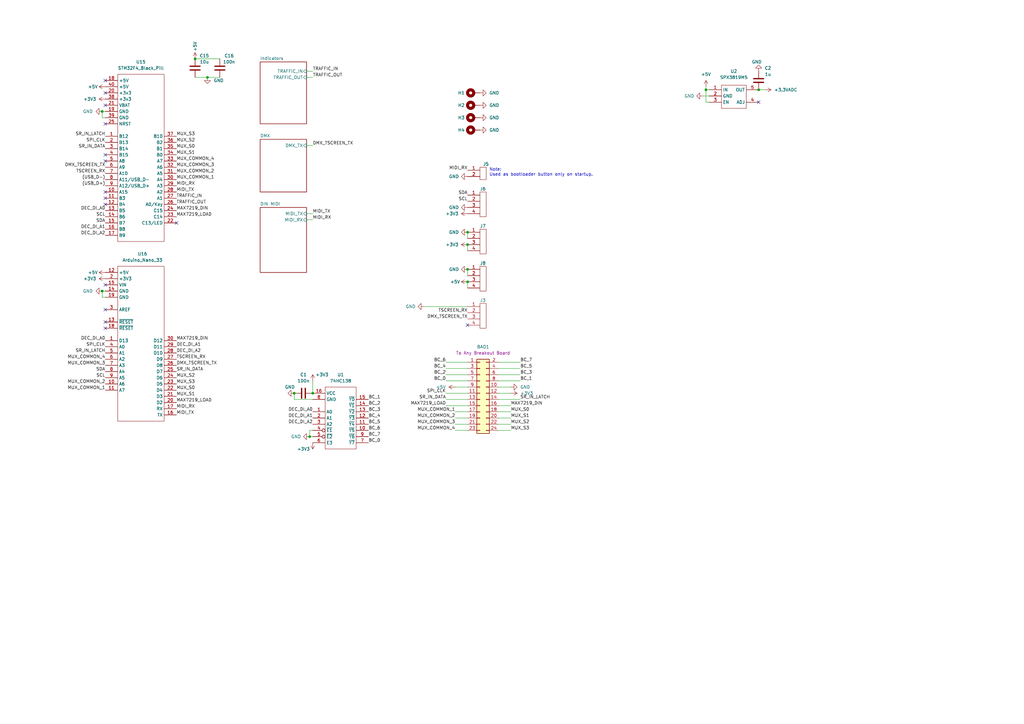
<source format=kicad_sch>
(kicad_sch (version 20211123) (generator eeschema)
  (paper "A3")
  (title_block (title "ModularDeck v1") (comment 1 "Board: BaseBoard") (comment 2 "Authors: Shantea Controls & Tim Nelson"))
  (lib_symbols
    (symbol "Connector_Generic:Conn_01x02" (pin_names (offset 1.016) hide)
      (property "Reference" "J?" (at 2.54 0.0001 0))
      (property "Value" "Conn_01x02" (at 2.54 -2.5399 0))
      (symbol "Conn_01x02_1_1"
        (rectangle (start -1.27 1.27) (end 1.27 -3.81))
        (pin passive line (at -6.35 0 0) (length 5.08) (name "Pin_1") (number "1"))
        (pin passive line (at -6.35 -2.54 0) (length 5.08) (name "Pin_2") (number "2"))
      )
    )
    (symbol "Connector_Generic:Conn_01x04" (pin_names (offset 1.016) hide)
      (property "Reference" "J3" (at 0 11.43 0))
      (symbol "Conn_01x04_1_1"
        (rectangle (start 0 10.16) (end 2.54 0))
        (pin passive line (at -5.08 8.89 0) (length 5.08) (name "Pin_1") (number "1"))
        (pin passive line (at -5.08 6.35 0) (length 5.08) (name "Pin_2") (number "2"))
        (pin passive line (at -5.08 3.81 0) (length 5.08) (name "Pin_3") (number "3"))
        (pin passive line (at -5.08 1.27 0) (length 5.08) (name "Pin_4") (number "4"))
      )
    )
    (symbol "Connector_Generic:Conn_02x12_Odd_Even" (pin_names (offset 1.016) hide)
      (property "Reference" "J" (at 1.27 15.24 0))
      (property "Value" "Conn_02x12_Odd_Even" (at 1.27 -17.78 0))
      (symbol "Conn_02x12_Odd_Even_1_1"
        (rectangle (start -1.27 -15.113) (end 0 -15.367) (stroke (width 0.1524)))
        (rectangle (start -1.27 -12.573) (end 0 -12.827) (stroke (width 0.1524)))
        (rectangle (start -1.27 -10.033) (end 0 -10.287) (stroke (width 0.1524)))
        (rectangle (start -1.27 -7.493) (end 0 -7.747) (stroke (width 0.1524)))
        (rectangle (start -1.27 -4.953) (end 0 -5.207) (stroke (width 0.1524)))
        (rectangle (start -1.27 -2.413) (end 0 -2.667) (stroke (width 0.1524)))
        (rectangle (start -1.27 0.127) (end 0 -0.127) (stroke (width 0.1524)))
        (rectangle (start -1.27 2.667) (end 0 2.413) (stroke (width 0.1524)))
        (rectangle (start -1.27 5.207) (end 0 4.953) (stroke (width 0.1524)))
        (rectangle (start -1.27 7.747) (end 0 7.493) (stroke (width 0.1524)))
        (rectangle (start -1.27 10.287) (end 0 10.033) (stroke (width 0.1524)))
        (rectangle (start -1.27 12.827) (end 0 12.573) (stroke (width 0.1524)))
        (rectangle (start -1.27 13.97) (end 3.81 -16.51) (stroke (width 0.254)) (fill (type background)))
        (rectangle (start 3.81 -15.113) (end 2.54 -15.367) (stroke (width 0.1524)))
        (rectangle (start 3.81 -12.573) (end 2.54 -12.827) (stroke (width 0.1524)))
        (rectangle (start 3.81 -10.033) (end 2.54 -10.287) (stroke (width 0.1524)))
        (rectangle (start 3.81 -7.493) (end 2.54 -7.747) (stroke (width 0.1524)))
        (rectangle (start 3.81 -4.953) (end 2.54 -5.207) (stroke (width 0.1524)))
        (rectangle (start 3.81 -2.413) (end 2.54 -2.667) (stroke (width 0.1524)))
        (rectangle (start 3.81 0.127) (end 2.54 -0.127) (stroke (width 0.1524)))
        (rectangle (start 3.81 2.667) (end 2.54 2.413) (stroke (width 0.1524)))
        (rectangle (start 3.81 5.207) (end 2.54 4.953) (stroke (width 0.1524)))
        (rectangle (start 3.81 7.747) (end 2.54 7.493) (stroke (width 0.1524)))
        (rectangle (start 3.81 10.287) (end 2.54 10.033) (stroke (width 0.1524)))
        (rectangle (start 3.81 12.827) (end 2.54 12.573) (stroke (width 0.1524)))
        (pin passive line (at -5.08 12.7 0) (length 3.81) (name "Pin_1") (number "1"))
        (pin passive line (at 7.62 2.54 180) (length 3.81) (name "Pin_10") (number "10"))
        (pin passive line (at -5.08 0 0) (length 3.81) (name "Pin_11") (number "11"))
        (pin passive line (at 7.62 0 180) (length 3.81) (name "Pin_12") (number "12"))
        (pin passive line (at -5.08 -2.54 0) (length 3.81) (name "Pin_13") (number "13"))
        (pin passive line (at 7.62 -2.54 180) (length 3.81) (name "Pin_14") (number "14"))
        (pin passive line (at -5.08 -5.08 0) (length 3.81) (name "Pin_15") (number "15"))
        (pin passive line (at 7.62 -5.08 180) (length 3.81) (name "Pin_16") (number "16"))
        (pin passive line (at -5.08 -7.62 0) (length 3.81) (name "Pin_17") (number "17"))
        (pin passive line (at 7.62 -7.62 180) (length 3.81) (name "Pin_18") (number "18"))
        (pin passive line (at -5.08 -10.16 0) (length 3.81) (name "Pin_19") (number "19"))
        (pin passive line (at 7.62 12.7 180) (length 3.81) (name "Pin_2") (number "2"))
        (pin passive line (at 7.62 -10.16 180) (length 3.81) (name "Pin_20") (number "20"))
        (pin passive line (at -5.08 -12.7 0) (length 3.81) (name "Pin_21") (number "21"))
        (pin passive line (at 7.62 -12.7 180) (length 3.81) (name "Pin_22") (number "22"))
        (pin passive line (at -5.08 -15.24 0) (length 3.81) (name "Pin_23") (number "23"))
        (pin passive line (at 7.62 -15.24 180) (length 3.81) (name "Pin_24") (number "24"))
        (pin passive line (at -5.08 10.16 0) (length 3.81) (name "Pin_3") (number "3"))
        (pin passive line (at 7.62 10.16 180) (length 3.81) (name "Pin_4") (number "4"))
        (pin passive line (at -5.08 7.62 0) (length 3.81) (name "Pin_5") (number "5"))
        (pin passive line (at 7.62 7.62 180) (length 3.81) (name "Pin_6") (number "6"))
        (pin passive line (at -5.08 5.08 0) (length 3.81) (name "Pin_7") (number "7"))
        (pin passive line (at 7.62 5.08 180) (length 3.81) (name "Pin_8") (number "8"))
        (pin passive line (at -5.08 2.54 0) (length 3.81) (name "Pin_9") (number "9"))
      )
    )
    (symbol "Device:C" (pin_numbers hide) (pin_names (offset 0.254))
      (property "Reference" "C" (at 0.635 2.54 0))
      (property "Value" "C" (at 0.635 -2.54 0))
      (symbol "C_0_1"
        (polyline (pts (xy -2.032 -0.762) (xy 2.032 -0.762)) (stroke (width 0.508)))
        (polyline (pts (xy -2.032 0.762) (xy 2.032 0.762)) (stroke (width 0.508)))
      )
      (symbol "C_1_1"
        (pin passive line (at 0 3.81 270) (length 2.794) (name "~") (number "1"))
        (pin passive line (at 0 -3.81 90) (length 2.794) (name "~") (number "2"))
      )
    )
    (symbol "Mechanical:MountingHole_Pad" (pin_numbers hide) (pin_names (offset 1.016) hide)
      (property "Reference" "H" (at 0 6.35 0))
      (property "Value" "MountingHole_Pad" (at 0 4.445 0))
      (symbol "MountingHole_Pad_0_1"
        (circle (center 0 1.27) (radius 1.27) (stroke (width 1.27)))
      )
      (symbol "MountingHole_Pad_1_1"
        (pin input line (at 0 -2.54 90) (length 2.54) (name "1") (number "1"))
      )
    )
    (symbol "igor_lib:74HC138"
      (property "Reference" "U?" (at 6.35 29.21 0))
      (property "Value" "74HC138" (at 6.35 26.67 0))
      (symbol "74HC138_0_0"
        (pin power_in line (at -5.08 22.86 0) (length 5.08) (name "VCC") (number "16"))
      )
      (symbol "74HC138_0_1"
        (rectangle (start 0 25.4) (end 12.7 0))
      )
      (symbol "74HC138_1_1"
        (pin input line (at -5.08 15.24 0) (length 5.08) (name "A0") (number "1"))
        (pin output line (at 17.78 7.62 180) (length 5.08) (name "~{Y5}") (number "10"))
        (pin output line (at 17.78 10.16 180) (length 5.08) (name "~{Y4}") (number "11"))
        (pin output line (at 17.78 12.7 180) (length 5.08) (name "~{Y3}") (number "12"))
        (pin output line (at 17.78 15.24 180) (length 5.08) (name "~{Y2}") (number "13"))
        (pin output line (at 17.78 17.78 180) (length 5.08) (name "~{Y1}") (number "14"))
        (pin output line (at 17.78 20.32 180) (length 5.08) (name "~{Y0}") (number "15"))
        (pin input line (at -5.08 12.7 0) (length 5.08) (name "A1") (number "2"))
        (pin input line (at -5.08 10.16 0) (length 5.08) (name "A2") (number "3"))
        (pin input inverted (at -5.08 7.62 0) (length 5.08) (name "~{E1}") (number "4"))
        (pin input inverted (at -5.08 5.08 0) (length 5.08) (name "~{E2}") (number "5"))
        (pin input line (at -5.08 2.54 0) (length 5.08) (name "E3") (number "6"))
        (pin output line (at 17.78 2.54 180) (length 5.08) (name "~{Y7}") (number "7"))
        (pin power_in line (at -5.08 20.32 0) (length 5.08) (name "GND") (number "8"))
        (pin output line (at 17.78 5.08 180) (length 5.08) (name "~{Y6}") (number "9"))
      )
    )
    (symbol "igor_lib:Arduino_Nano_33"
      (property "Reference" "U?" (at 10.16 67.31 0))
      (property "Value" "Arduino_Nano_33" (at 10.16 64.77 0))
      (symbol "Arduino_Nano_33_0_1"
        (rectangle (start 0 63.5) (end 19.05 0))
      )
      (symbol "Arduino_Nano_33_1_1"
        (pin bidirectional line (at -5.08 33.02 0) (length 5.08) (name "D13") (number "1"))
        (pin bidirectional line (at -5.08 15.24 0) (length 5.08) (name "A6") (number "10"))
        (pin bidirectional line (at -5.08 12.7 0) (length 5.08) (name "A7") (number "11"))
        (pin power_out line (at -5.08 60.96 0) (length 5.08) (name "+5V") (number "12"))
        (pin input line (at -5.08 40.64 0) (length 5.08) (name "~{RESET}") (number "13"))
        (pin power_in line (at -5.08 53.34 0) (length 5.08) (name "GND") (number "14"))
        (pin power_in line (at -5.08 55.88 0) (length 5.08) (name "VIN") (number "15"))
        (pin bidirectional line (at 24.13 2.54 180) (length 5.08) (name "TX") (number "16"))
        (pin bidirectional line (at 24.13 5.08 180) (length 5.08) (name "RX") (number "17"))
        (pin input line (at -5.08 38.1 0) (length 5.08) (name "~{RESET}") (number "18"))
        (pin power_in line (at -5.08 50.8 0) (length 5.08) (name "GND") (number "19"))
        (pin power_out line (at -5.08 58.42 0) (length 5.08) (name "+3V3") (number "2"))
        (pin bidirectional line (at 24.13 7.62 180) (length 5.08) (name "D2") (number "20"))
        (pin bidirectional line (at 24.13 10.16 180) (length 5.08) (name "D3") (number "21"))
        (pin bidirectional line (at 24.13 12.7 180) (length 5.08) (name "D4") (number "22"))
        (pin bidirectional line (at 24.13 15.24 180) (length 5.08) (name "D5") (number "23"))
        (pin bidirectional line (at 24.13 17.78 180) (length 5.08) (name "D6") (number "24"))
        (pin bidirectional line (at 24.13 20.32 180) (length 5.08) (name "D7") (number "25"))
        (pin bidirectional line (at 24.13 22.86 180) (length 5.08) (name "D8") (number "26"))
        (pin bidirectional line (at 24.13 25.4 180) (length 5.08) (name "D9") (number "27"))
        (pin bidirectional line (at 24.13 27.94 180) (length 5.08) (name "D10") (number "28"))
        (pin bidirectional line (at 24.13 30.48 180) (length 5.08) (name "D11") (number "29"))
        (pin input line (at -5.08 45.72 0) (length 5.08) (name "AREF") (number "3"))
        (pin bidirectional line (at 24.13 33.02 180) (length 5.08) (name "D12") (number "30"))
        (pin bidirectional line (at -5.08 30.48 0) (length 5.08) (name "A0") (number "4"))
        (pin bidirectional line (at -5.08 27.94 0) (length 5.08) (name "A1") (number "5"))
        (pin bidirectional line (at -5.08 25.4 0) (length 5.08) (name "A2") (number "6"))
        (pin bidirectional line (at -5.08 22.86 0) (length 5.08) (name "A3") (number "7"))
        (pin bidirectional line (at -5.08 20.32 0) (length 5.08) (name "A4") (number "8"))
        (pin bidirectional line (at -5.08 17.78 0) (length 5.08) (name "A5") (number "9"))
      )
    )
    (symbol "igor_lib:SPX3819M5"
      (property "Reference" "U?" (at 5.08 13.97 0))
      (property "Value" "SPX3819M5" (at 5.08 11.43 0))
      (symbol "SPX3819M5_0_1"
        (rectangle (start 0 9.525) (end 10.16 0))
      )
      (symbol "SPX3819M5_1_1"
        (pin power_in line (at -5.08 7.62 0) (length 5.08) (name "IN") (number "1"))
        (pin power_in line (at -5.08 5.08 0) (length 5.08) (name "GND") (number "2"))
        (pin input line (at -5.08 2.54 0) (length 5.08) (name "EN") (number "3"))
        (pin input line (at 15.24 2.54 180) (length 5.08) (name "ADJ") (number "4"))
        (pin power_out line (at 15.24 7.62 180) (length 5.08) (name "OUT") (number "5"))
      )
    )
    (symbol "igor_lib:STM32F4_Black_Pill"
      (property "Reference" "U?" (at 8.89 72.39 0))
      (property "Value" "STM32F4_Black_Pill" (at 8.89 69.85 0))
      (symbol "STM32F4_Black_Pill_0_1"
        (rectangle (start 0 68.58) (end 19.05 0))
      )
      (symbol "STM32F4_Black_Pill_1_1"
        (pin passive line (at -5.08 43.18 0) (length 5.08) (name "B12") (number "1"))
        (pin passive line (at -5.08 20.32 0) (length 5.08) (name "A15") (number "10"))
        (pin passive line (at -5.08 17.78 0) (length 5.08) (name "B3") (number "11"))
        (pin passive line (at -5.08 15.24 0) (length 5.08) (name "B4") (number "12"))
        (pin passive line (at -5.08 12.7 0) (length 5.08) (name "B5") (number "13"))
        (pin passive line (at -5.08 10.16 0) (length 5.08) (name "B6") (number "14"))
        (pin passive line (at -5.08 7.62 0) (length 5.08) (name "B7") (number "15"))
        (pin passive line (at -5.08 5.08 0) (length 5.08) (name "B8") (number "16"))
        (pin passive line (at -5.08 2.54 0) (length 5.08) (name "B9") (number "17"))
        (pin power_out line (at -5.08 66.04 0) (length 5.08) (name "+5V") (number "18"))
        (pin power_out line (at -5.08 53.34 0) (length 5.08) (name "GND") (number "19"))
        (pin passive line (at -5.08 40.64 0) (length 5.08) (name "B13") (number "2"))
        (pin power_out line (at -5.08 60.96 0) (length 5.08) (name "+3v3") (number "20"))
        (pin power_in line (at -5.08 55.88 0) (length 5.08) (name "VBAT") (number "21"))
        (pin passive line (at 24.13 7.62 180) (length 5.08) (name "C13/LED") (number "22"))
        (pin passive line (at 24.13 10.16 180) (length 5.08) (name "C14") (number "23"))
        (pin passive line (at 24.13 12.7 180) (length 5.08) (name "C15") (number "24"))
        (pin input line (at -5.08 48.26 0) (length 5.08) (name "NRST") (number "25"))
        (pin passive line (at 24.13 15.24 180) (length 5.08) (name "A0/Key") (number "26"))
        (pin passive line (at 24.13 17.78 180) (length 5.08) (name "A1") (number "27"))
        (pin passive line (at 24.13 20.32 180) (length 5.08) (name "A2") (number "28"))
        (pin passive line (at 24.13 22.86 180) (length 5.08) (name "A3") (number "29"))
        (pin passive line (at -5.08 38.1 0) (length 5.08) (name "B14") (number "3"))
        (pin passive line (at 24.13 25.4 180) (length 5.08) (name "A4") (number "30"))
        (pin passive line (at 24.13 27.94 180) (length 5.08) (name "A5") (number "31"))
        (pin passive line (at 24.13 30.48 180) (length 5.08) (name "A6") (number "32"))
        (pin passive line (at 24.13 33.02 180) (length 5.08) (name "A7") (number "33"))
        (pin passive line (at 24.13 35.56 180) (length 5.08) (name "B0") (number "34"))
        (pin passive line (at 24.13 38.1 180) (length 5.08) (name "B1") (number "35"))
        (pin passive line (at 24.13 40.64 180) (length 5.08) (name "B2") (number "36"))
        (pin passive line (at 24.13 43.18 180) (length 5.08) (name "B10") (number "37"))
        (pin power_out line (at -5.08 58.42 0) (length 5.08) (name "+3v3") (number "38"))
        (pin power_out line (at -5.08 50.8 0) (length 5.08) (name "GND") (number "39"))
        (pin passive line (at -5.08 35.56 0) (length 5.08) (name "B15") (number "4"))
        (pin power_out line (at -5.08 63.5 0) (length 5.08) (name "+5V") (number "40"))
        (pin passive line (at -5.08 33.02 0) (length 5.08) (name "A8") (number "5"))
        (pin passive line (at -5.08 30.48 0) (length 5.08) (name "A9") (number "6"))
        (pin passive line (at -5.08 27.94 0) (length 5.08) (name "A10") (number "7"))
        (pin passive line (at -5.08 25.4 0) (length 5.08) (name "A11/USB_D-") (number "8"))
        (pin passive line (at -5.08 22.86 0) (length 5.08) (name "A12/USB_D+") (number "9"))
      )
    )
    (symbol "power:+3.3V" (power) (pin_names (offset 0))
      (property "Value" "+3.3V" (at 0 3.556 0))
      (symbol "+3.3V_0_1"
        (polyline (pts (xy -0.762 1.27) (xy 0 2.54)))
        (polyline (pts (xy 0 0) (xy 0 2.54)))
        (polyline (pts (xy 0 2.54) (xy 0.762 1.27)))
      )
      (symbol "+3.3V_1_1"
        (pin power_in line (at 0 0 90) (length 0) hide (name "+3V3") (number "1"))
      )
    )
    (symbol "power:+3.3VADC" (power) (pin_names (offset 0))
      (property "Value" "+3.3VADC" (at 0 2.54 0))
      (symbol "+3.3VADC_0_0"
        (pin power_in line (at 0 0 90) (length 0) hide (name "+3.3VADC") (number "1"))
      )
      (symbol "+3.3VADC_0_1"
        (polyline (pts (xy -0.762 1.27) (xy 0 2.54)))
        (polyline (pts (xy 0 0) (xy 0 2.54)))
        (polyline (pts (xy 0 2.54) (xy 0.762 1.27)))
      )
    )
    (symbol "power:+5V" (power) (pin_names (offset 0))
      (property "Value" "+5V" (at 0 3.556 0))
      (symbol "+5V_0_1"
        (polyline (pts (xy -0.762 1.27) (xy 0 2.54)))
        (polyline (pts (xy 0 0) (xy 0 2.54)))
        (polyline (pts (xy 0 2.54) (xy 0.762 1.27)))
      )
      (symbol "+5V_1_1"
        (pin power_in line (at 0 0 90) (length 0) hide (name "+5V") (number "1"))
      )
    )
    (symbol "power:GND" (power) (pin_names (offset 0))
      (property "Value" "GND" (at 0 -3.81 0))
      (symbol "GND_0_1"
        (polyline (pts (xy 0 0) (xy 0 -1.27) (xy 1.27 -1.27) (xy 0 -2.54) (xy -1.27 -1.27) (xy 0 -1.27)))
      )
      (symbol "GND_1_1"
        (pin power_in line (at 0 0 270) (length 0) hide (name "GND") (number "1"))
      )
    )
  )
  (junction (at 41.91 45.72))
  (junction (at 191.77 100.33))
  (junction (at 128.27 161.29))
  (junction (at 191.77 95.25))
  (junction (at 85.09 31.75))
  (junction (at 80.01 24.13))
  (junction (at 289.56 36.83))
  (junction (at 41.91 119.38))
  (junction (at 120.65 161.29))
  (junction (at 127 179.07))
  (junction (at 191.77 110.49))
  (junction (at 191.77 115.57))
  (junction (at 311.15 36.83))
  (no_connect (at 43.18 78.74))
  (no_connect (at 43.18 81.28))
  (no_connect (at 43.18 66.04))
  (no_connect (at 43.18 83.82))
  (no_connect (at 43.18 63.5))
  (no_connect (at 43.18 127))
  (no_connect (at 43.18 132.08))
  (no_connect (at 43.18 134.62))
  (no_connect (at 191.77 133.35))
  (no_connect (at 43.18 50.8))
  (no_connect (at 43.18 43.18))
  (no_connect (at 43.18 38.1))
  (no_connect (at 43.18 33.02))
  (no_connect (at 72.39 91.44))
  (no_connect (at 43.18 116.84))
  (no_connect (at 311.15 41.91))
  (wire (pts (xy 182.88 151.13) (xy 191.77 151.13)))
  (wire (pts (xy 191.77 115.57) (xy 191.77 118.11)))
  (wire (pts (xy 128.27 163.83) (xy 120.65 163.83)))
  (wire (pts (xy 182.88 148.59) (xy 191.77 148.59)))
  (wire (pts (xy 128.27 176.53) (xy 127 176.53)))
  (wire (pts (xy 204.47 151.13) (xy 213.36 151.13)))
  (wire (pts (xy 182.88 161.29) (xy 191.77 161.29)))
  (wire (pts (xy 186.69 168.91) (xy 191.77 168.91)))
  (wire (pts (xy 43.18 119.38) (xy 41.91 119.38)))
  (wire (pts (xy 204.47 156.21) (xy 213.36 156.21)))
  (wire (pts (xy 125.73 90.17) (xy 128.27 90.17)))
  (wire (pts (xy 186.69 171.45) (xy 191.77 171.45)))
  (wire (pts (xy 204.47 166.37) (xy 209.55 166.37)))
  (wire (pts (xy 41.91 48.26) (xy 41.91 45.72)))
  (wire (pts (xy 289.56 35.56) (xy 289.56 36.83)))
  (wire (pts (xy 186.69 158.75) (xy 191.77 158.75)))
  (wire (pts (xy 120.65 163.83) (xy 120.65 161.29)))
  (wire (pts (xy 43.18 48.26) (xy 41.91 48.26)))
  (wire (pts (xy 127 176.53) (xy 127 179.07)))
  (wire (pts (xy 80.01 31.75) (xy 85.09 31.75)))
  (wire (pts (xy 204.47 153.67) (xy 213.36 153.67)))
  (wire (pts (xy 182.88 163.83) (xy 191.77 163.83)))
  (wire (pts (xy 125.73 31.75) (xy 128.27 31.75)))
  (wire (pts (xy 128.27 156.21) (xy 128.27 161.29)))
  (wire (pts (xy 204.47 163.83) (xy 213.36 163.83)))
  (wire (pts (xy 41.91 45.72) (xy 43.18 45.72)))
  (wire (pts (xy 289.56 36.83) (xy 289.56 41.91)))
  (wire (pts (xy 290.83 41.91) (xy 289.56 41.91)))
  (wire (pts (xy 204.47 173.99) (xy 209.55 173.99)))
  (wire (pts (xy 204.47 176.53) (xy 209.55 176.53)))
  (wire (pts (xy 80.01 24.13) (xy 90.17 24.13)))
  (wire (pts (xy 204.47 148.59) (xy 213.36 148.59)))
  (wire (pts (xy 204.47 168.91) (xy 209.55 168.91)))
  (wire (pts (xy 125.73 29.21) (xy 128.27 29.21)))
  (wire (pts (xy 204.47 161.29) (xy 209.55 161.29)))
  (wire (pts (xy 186.69 176.53) (xy 191.77 176.53)))
  (wire (pts (xy 289.56 36.83) (xy 290.83 36.83)))
  (wire (pts (xy 186.69 173.99) (xy 191.77 173.99)))
  (wire (pts (xy 125.73 59.69) (xy 128.27 59.69)))
  (wire (pts (xy 182.88 156.21) (xy 191.77 156.21)))
  (wire (pts (xy 85.09 31.75) (xy 90.17 31.75)))
  (wire (pts (xy 204.47 158.75) (xy 209.55 158.75)))
  (wire (pts (xy 191.77 110.49) (xy 191.77 113.03)))
  (wire (pts (xy 125.73 87.63) (xy 128.27 87.63)))
  (wire (pts (xy 191.77 100.33) (xy 191.77 102.87)))
  (wire (pts (xy 41.91 119.38) (xy 41.91 121.92)))
  (wire (pts (xy 41.91 121.92) (xy 43.18 121.92)))
  (wire (pts (xy 173.99 125.73) (xy 191.77 125.73)))
  (wire (pts (xy 182.88 153.67) (xy 191.77 153.67)))
  (wire (pts (xy 182.88 166.37) (xy 191.77 166.37)))
  (wire (pts (xy 288.29 39.37) (xy 290.83 39.37)))
  (wire (pts (xy 204.47 171.45) (xy 209.55 171.45)))
  (wire (pts (xy 127 179.07) (xy 128.27 179.07)))
  (wire (pts (xy 313.69 36.83) (xy 311.15 36.83)))
  (wire (pts (xy 191.77 95.25) (xy 191.77 97.79)))
  (text "Note:\nUsed as bootloader button only on startup." (at 200.66 72.39 0) (effects (font (size 1.27 1.27)) (justify left bottom)))
  (label "BC_0" (at 182.88 156.21 180))
  (label "MAX7219_DIN" (at 209.55 166.37 0))
  (label "SDA" (at 191.77 80.01 180))
  (label "MUX_S0" (at 72.39 160.02 0))
  (label "TSCREEN_RX" (at 72.39 147.32 0))
  (label "MIDI_TX" (at 128.27 87.63 0))
  (label "MUX_COMMON_4" (at 72.39 66.04 0))
  (label "MIDI_TX" (at 72.39 78.74 0))
  (label "BC_5" (at 151.13 173.99 0))
  (label "MUX_COMMON_1" (at 186.69 168.91 180))
  (label "TSCREEN_RX" (at 191.77 128.27 180))
  (label "(USB_D+)" (at 43.18 76.2 180))
  (label "BC_6" (at 151.13 176.53 0))
  (label "MUX_S0" (at 209.55 168.91 0))
  (label "TRAFFIC_OUT" (at 128.27 31.75 0))
  (label "SCL" (at 43.18 154.94 180))
  (label "MUX_COMMON_2" (at 72.39 71.12 0))
  (label "TSCREEN_RX" (at 43.18 71.12 180))
  (label "MUX_COMMON_4" (at 43.18 147.32 180))
  (label "DEC_DI_A2" (at 128.27 173.99 180))
  (label "SR_IN_LATCH" (at 43.18 55.88 180))
  (label "MIDI_RX" (at 72.39 167.64 0))
  (label "MUX_COMMON_3" (at 43.18 149.86 180))
  (label "DMX_TSCREEN_TX" (at 72.39 149.86 0))
  (label "TRAFFIC_IN" (at 72.39 81.28 0))
  (label "BC_3" (at 151.13 168.91 0))
  (label "SR_IN_LATCH" (at 43.18 144.78 180))
  (label "MUX_COMMON_2" (at 186.69 171.45 180))
  (label "(USB_D-)" (at 43.18 73.66 180))
  (label "SPI_CLK" (at 43.18 58.42 180))
  (label "MUX_COMMON_3" (at 72.39 68.58 0))
  (label "BC_4" (at 182.88 151.13 180))
  (label "MAX7219_LOAD" (at 72.39 165.1 0))
  (label "MAX7219_DIN" (at 72.39 139.7 0))
  (label "DEC_DI_A0" (at 43.18 86.36 180))
  (label "BC_7" (at 151.13 179.07 0))
  (label "DEC_DI_A0" (at 128.27 168.91 180))
  (label "DEC_DI_A0" (at 43.18 139.7 180))
  (label "MUX_S3" (at 72.39 55.88 0))
  (label "BC_4" (at 151.13 171.45 0))
  (label "MIDI_RX" (at 191.77 69.85 180))
  (label "DEC_DI_A1" (at 128.27 171.45 180))
  (label "MUX_COMMON_4" (at 186.69 176.53 180))
  (label "SR_IN_DATA" (at 182.88 163.83 180))
  (label "MUX_S1" (at 72.39 162.56 0))
  (label "MUX_S2" (at 72.39 58.42 0))
  (label "MUX_COMMON_2" (at 43.18 157.48 180))
  (label "MIDI_RX" (at 128.27 90.17 0))
  (label "MUX_S0" (at 72.39 60.96 0))
  (label "SR_IN_LATCH" (at 213.36 163.83 0))
  (label "TRAFFIC_OUT" (at 72.39 83.82 0))
  (label "SPI_CLK" (at 43.18 142.24 180))
  (label "BC_1" (at 213.36 156.21 0))
  (label "MIDI_RX" (at 72.39 76.2 0))
  (label "MUX_COMMON_3" (at 186.69 173.99 180))
  (label "MUX_S2" (at 209.55 173.99 0))
  (label "BC_5" (at 213.36 151.13 0))
  (label "DMX_TSCREEN_TX" (at 128.27 59.69 0))
  (label "MUX_S3" (at 72.39 157.48 0))
  (label "BC_2" (at 151.13 166.37 0))
  (label "MAX7219_DIN" (at 72.39 86.36 0))
  (label "DEC_DI_A1" (at 43.18 93.98 180))
  (label "MUX_S2" (at 72.39 154.94 0))
  (label "MUX_S1" (at 209.55 171.45 0))
  (label "SCL" (at 191.77 82.55 180))
  (label "DEC_DI_A1" (at 72.39 142.24 0))
  (label "BC_0" (at 151.13 181.61 0))
  (label "SCL" (at 43.18 88.9 180))
  (label "DMX_TSCREEN_TX" (at 43.18 68.58 180))
  (label "MUX_S3" (at 209.55 176.53 0))
  (label "DEC_DI_A2" (at 72.39 144.78 0))
  (label "BC_7" (at 213.36 148.59 0))
  (label "SDA" (at 43.18 152.4 180))
  (label "DEC_DI_A2" (at 43.18 96.52 180))
  (label "SR_IN_DATA" (at 43.18 60.96 180))
  (label "BC_2" (at 182.88 153.67 180))
  (label "SPI_CLK" (at 182.88 161.29 180))
  (label "MAX7219_LOAD" (at 182.88 166.37 180))
  (label "SR_IN_DATA" (at 72.39 152.4 0))
  (label "MUX_COMMON_1" (at 43.18 160.02 180))
  (label "MUX_COMMON_1" (at 72.39 73.66 0))
  (label "MAX7219_LOAD" (at 72.39 88.9 0))
  (label "MIDI_TX" (at 72.39 170.18 0))
  (label "BC_1" (at 151.13 163.83 0))
  (label "BC_6" (at 182.88 148.59 180))
  (label "TRAFFIC_IN" (at 128.27 29.21 0))
  (label "MUX_S1" (at 72.39 63.5 0))
  (label "SDA" (at 43.18 91.44 180))
  (label "BC_3" (at 213.36 153.67 0))
  (label "DMX_TSCREEN_TX" (at 191.77 130.81 180))
  (symbol (lib_id "Device:C") (at 311.15 33.02 0) (unit 1)
    (property "Reference" "C2" (at 314.96 27.94 0))
    (property "Value" "1u" (at 314.96 30.48 0))
    (property "Footprint" "Capacitor_SMD:C_0402_1005Metric" (effects hide))
    (property "LCSC" "C52923" (effects hide))
  )
  (symbol (lib_id "power:GND") (at 288.29 39.37 270) (unit 1)
    (property "Reference" "#PWR010" (effects hide))
    (property "Value" "GND" (at 280.67 39.37 90) (effects (justify left)))
  )
  (symbol (lib_id "Mechanical:MountingHole_Pad") (at 194.31 53.34 90) (unit 1)
    (property "Reference" "H4" (at 189.23 53.34 90))
    (property "Value" "MountingHole_Pad" (effects hide))
    (property "Footprint" "MountingHole:MountingHole_3.2mm_M3_DIN965_Pad" (effects hide))
  )
  (symbol (lib_id "power:+3.3V") (at 209.55 161.29 270) (unit 1)
    (property "Reference" "#PWR08" (effects hide))
    (property "Value" "+3.3V" (at 213.36 161.2901 90) (effects (justify left)))
  )
  (symbol (lib_id "power:+5V") (at 43.18 35.56 90) (mirror x) (unit 1)
    (property "Reference" "#PWR0176" (effects hide))
    (property "Value" "+5V" (at 38.1 35.56 90))
  )
  (symbol (lib_id "power:+3.3V") (at 128.27 156.21 0) (unit 1)
    (property "Reference" "#PWR05" (effects hide))
    (property "Value" "+3.3V" (at 132.08 153.67 0))
  )
  (symbol (lib_id "power:+5V") (at 43.18 111.76 90) (mirror x) (unit 1)
    (property "Reference" "#PWR0180" (effects hide))
    (property "Value" "+5V" (at 38.1 111.76 90))
  )
  (symbol (lib_id "power:GND") (at 191.77 110.49 270) (unit 1)
    (property "Reference" "#PWR0168" (effects hide))
    (property "Value" "GND" (at 184.15 110.49 90) (effects (justify left)))
  )
  (symbol (lib_id "power:GND") (at 196.85 53.34 90) (unit 1)
    (property "Reference" "#PWR0167" (effects hide))
    (property "Value" "GND" (at 200.66 53.3399 90) (effects (justify right)))
  )
  (symbol (lib_id "power:GND") (at 196.85 43.18 90) (unit 1)
    (property "Reference" "#PWR0165" (effects hide))
    (property "Value" "GND" (at 200.66 43.1799 90) (effects (justify right)))
  )
  (symbol (lib_id "Device:C") (at 80.01 27.94 180) (unit 1)
    (property "Reference" "C15" (at 83.82 22.86 0))
    (property "Value" "10u" (at 83.82 25.4 0))
    (property "Footprint" "Capacitor_SMD:C_0402_1005Metric" (effects hide))
    (property "LCSC" "C15525" (effects hide))
  )
  (symbol (lib_id "power:+5V") (at 186.69 158.75 90) (mirror x) (unit 1)
    (property "Reference" "#PWR09" (effects hide))
    (property "Value" "+5V" (at 182.88 158.7499 90) (effects (justify left)))
  )
  (symbol (lib_id "power:GND") (at 191.77 95.25 270) (unit 1)
    (property "Reference" "#PWR0169" (effects hide))
    (property "Value" "GND" (at 184.15 95.25 90) (effects (justify left)))
  )
  (symbol (lib_id "power:+3.3V") (at 191.77 100.33 90) (unit 1)
    (property "Reference" "#PWR0175" (effects hide))
    (property "Value" "+3.3V" (at 185.42 100.33 90))
  )
  (symbol (lib_id "power:GND") (at 41.91 119.38 270) (unit 1)
    (property "Reference" "#PWR0155" (effects hide))
    (property "Value" "GND" (at 38.1 119.3799 90) (effects (justify right)))
  )
  (symbol (lib_id "Mechanical:MountingHole_Pad") (at 194.31 38.1 90) (unit 1)
    (property "Reference" "H1" (at 189.23 38.1 90))
    (property "Value" "MountingHole_Pad" (effects hide))
    (property "Footprint" "MountingHole:MountingHole_3.2mm_M3_DIN965_Pad" (effects hide))
  )
  (symbol (lib_id "power:GND") (at 120.65 161.29 270) (unit 1)
    (property "Reference" "#PWR01" (effects hide))
    (property "Value" "GND" (at 116.84 158.75 90) (effects (justify left)))
  )
  (symbol (lib_id "power:GND") (at 209.55 158.75 90) (unit 1)
    (property "Reference" "#PWR07" (effects hide))
    (property "Value" "GND" (at 213.36 158.7499 90) (effects (justify right)))
  )
  (symbol (lib_id "power:+3.3V") (at 43.18 40.64 90) (unit 1)
    (property "Reference" "#PWR0177" (effects hide))
    (property "Value" "+3.3V" (at 36.83 40.64 90))
  )
  (symbol (lib_id "Connector_Generic:Conn_01x02") (at 198.12 69.85 0) (unit 1)
    (property "Reference" "J5" (at 198.12 67.31 0) (effects (justify left)))
    (property "Value" "Conn_01x02" (effects hide))
    (property "Footprint" "Connector_PinHeader_2.54mm:PinHeader_1x02_P2.54mm_Vertical" (effects hide))
  )
  (symbol (lib_id "Connector_Generic:Conn_01x04") (at 196.85 88.9 0) (unit 1)
    (property "Reference" "J6" (at 196.85 77.47 0) (effects (justify left)))
    (property "Value" "Conn_01x04" (effects hide))
    (property "Footprint" "Connector_JST:JST_XH_B4B-XH-A_1x04_P2.50mm_Vertical" (effects hide))
    (property "LCSC" "C131334" (effects hide))
  )
  (symbol (lib_id "Mechanical:MountingHole_Pad") (at 194.31 48.26 90) (unit 1)
    (property "Reference" "H3" (at 189.23 48.26 90))
    (property "Value" "MountingHole_Pad" (effects hide))
    (property "Footprint" "MountingHole:MountingHole_3.2mm_M3_DIN965_Pad" (effects hide))
  )
  (symbol (lib_id "power:+3.3V") (at 128.27 181.61 180) (unit 1)
    (property "Reference" "#PWR06" (effects hide))
    (property "Value" "+3.3V" (at 124.46 184.15 0))
  )
  (symbol (lib_id "power:GND") (at 191.77 85.09 270) (unit 1)
    (property "Reference" "#PWR0172" (effects hide))
    (property "Value" "GND" (at 184.15 85.09 90) (effects (justify left)))
  )
  (symbol (lib_id "Device:C") (at 90.17 27.94 180) (unit 1)
    (property "Reference" "C16" (at 93.98 22.86 0))
    (property "Value" "100n" (at 93.98 25.4 0))
    (property "Footprint" "Capacitor_SMD:C_0402_1005Metric" (effects hide))
    (property "LCSC" "C1525" (effects hide))
  )
  (symbol (lib_id "power:GND") (at 196.85 38.1 90) (unit 1)
    (property "Reference" "#PWR0164" (effects hide))
    (property "Value" "GND" (at 200.66 38.0999 90) (effects (justify right)))
  )
  (symbol (lib_id "power:+3.3VADC") (at 313.69 36.83 270) (unit 1)
    (property "Reference" "#PWR015" (effects hide))
    (property "Value" "+3.3VADC" (at 317.5 36.8299 90) (effects (justify left)))
  )
  (symbol (lib_id "power:GND") (at 173.99 125.73 270) (unit 1)
    (property "Reference" "#PWR0170" (effects hide))
    (property "Value" "GND" (at 166.37 125.73 90) (effects (justify left)))
  )
  (symbol (lib_id "igor_lib:74HC138") (at 133.35 184.15 0) (unit 1)
    (property "Reference" "U1" (at 139.7 153.67 0))
    (property "Value" "74HC138" (at 139.7 156.21 0))
    (property "Footprint" "Package_SO:SO-16_3.9x9.9mm_P1.27mm" (effects hide))
    (property "LCSC" "C6818" (effects hide))
  )
  (symbol (lib_id "power:+5V") (at 191.77 115.57 90) (mirror x) (unit 1)
    (property "Reference" "#PWR0174" (effects hide))
    (property "Value" "+5V" (at 186.69 115.57 90))
  )
  (symbol (lib_id "igor_lib:STM32F4_Black_Pill") (at 48.26 99.06 0) (unit 1)
    (property "Reference" "U15" (at 57.785 25.4 0))
    (property "Value" "STM32F4_Black_Pill" (at 57.785 27.94 0))
    (property "Footprint" "igor_footprint_lib:STM32F4BlackPill" (effects hide))
  )
  (symbol (lib_id "Mechanical:MountingHole_Pad") (at 194.31 43.18 90) (unit 1)
    (property "Reference" "H2" (at 189.23 43.18 90))
    (property "Value" "MountingHole_Pad" (effects hide))
    (property "Footprint" "MountingHole:MountingHole_3.2mm_M3_DIN965_Pad" (effects hide))
  )
  (symbol (lib_id "power:+5V") (at 289.56 35.56 0) (unit 1)
    (property "Reference" "#PWR011" (effects hide))
    (property "Value" "+5V" (at 289.56 30.48 0))
  )
  (symbol (lib_id "Device:C") (at 124.46 161.29 90) (unit 1)
    (property "Reference" "C1" (at 124.46 153.67 90))
    (property "Value" "100n" (at 124.46 156.21 90))
    (property "Footprint" "Capacitor_SMD:C_0402_1005Metric" (effects hide))
    (property "LCSC" "C1525" (effects hide))
  )
  (symbol (lib_id "Connector_Generic:Conn_02x12_Odd_Even") (at 196.85 161.29 0) (unit 1)
    (property "Reference" "BAO1" (at 198.12 142.24 0))
    (property "Value" "Conn_02x12_Odd_Even" (effects hide))
    (property "Footprint" "Connector_PinHeader_2.54mm:PinHeader_2x12_P2.54mm_Vertical" (effects hide))
    (property "Description" "To Any Breakout Board" (at 198.12 144.78 0))
  )
  (symbol (lib_id "igor_lib:Arduino_Nano_33") (at 48.26 172.72 0) (unit 1)
    (property "Reference" "U16" (at 58.42 104.14 0))
    (property "Value" "Arduino_Nano_33" (at 58.42 106.68 0))
    (property "Footprint" "igor_footprint_lib:Arduino Nano 33 BLE" (effects hide))
  )
  (symbol (lib_id "power:GND") (at 85.09 31.75 0) (unit 1)
    (property "Reference" "#PWR04" (effects hide))
    (property "Value" "GND" (at 87.63 33.0199 0) (effects (justify left)))
  )
  (symbol (lib_id "power:GND") (at 41.91 45.72 270) (unit 1)
    (property "Reference" "#PWR0147" (effects hide))
    (property "Value" "GND" (at 38.1 45.7199 90) (effects (justify right)))
  )
  (symbol (lib_id "power:GND") (at 191.77 72.39 270) (unit 1)
    (property "Reference" "#PWR0146" (effects hide))
    (property "Value" "GND" (at 184.15 72.39 90) (effects (justify left)))
  )
  (symbol (lib_id "power:GND") (at 196.85 48.26 90) (unit 1)
    (property "Reference" "#PWR0166" (effects hide))
    (property "Value" "GND" (at 200.66 48.2599 90) (effects (justify right)))
  )
  (symbol (lib_id "Connector_Generic:Conn_01x04") (at 196.85 119.38 0) (unit 1)
    (property "Reference" "J8" (at 196.85 107.95 0) (effects (justify left)))
    (property "Value" "Conn_01x04" (effects hide))
    (property "Footprint" "Connector_JST:JST_XH_B4B-XH-A_1x04_P2.50mm_Vertical" (effects hide))
    (property "LCSC" "C131334" (effects hide))
  )
  (symbol (lib_id "power:+5V") (at 80.01 24.13 0) (mirror y) (unit 1)
    (property "Reference" "#PWR02" (effects hide))
    (property "Value" "+5V" (at 80.01 19.05 90))
  )
  (symbol (lib_id "power:+3.3V") (at 191.77 87.63 90) (unit 1)
    (property "Reference" "#PWR0173" (effects hide))
    (property "Value" "+3.3V" (at 185.42 87.63 90))
  )
  (symbol (lib_id "igor_lib:SPX3819M5") (at 295.91 44.45 0) (unit 1)
    (property "Reference" "U2" (at 300.99 29.21 0))
    (property "Value" "SPX3819M5" (at 300.99 31.75 0))
    (property "Footprint" "Package_TO_SOT_SMD:SOT-23-5" (effects hide))
    (property "LCSC" "C9055" (effects hide))
  )
  (symbol (lib_id "Connector_Generic:Conn_01x04") (at 196.85 104.14 0) (unit 1)
    (property "Reference" "J7" (at 196.85 92.71 0) (effects (justify left)))
    (property "Value" "Conn_01x04" (effects hide))
    (property "Footprint" "Connector_JST:JST_XH_B4B-XH-A_1x04_P2.50mm_Vertical" (effects hide))
    (property "LCSC" "C131334" (effects hide))
  )
  (symbol (lib_id "power:GND") (at 127 179.07 270) (unit 1)
    (property "Reference" "#PWR03" (effects hide))
    (property "Value" "GND" (at 119.38 179.07 90) (effects (justify left)))
  )
  (symbol (lib_id "power:+3.3V") (at 43.18 114.3 90) (unit 1)
    (property "Reference" "#PWR0181" (effects hide))
    (property "Value" "+3.3V" (at 36.83 114.3 90))
  )
  (symbol (lib_id "power:GND") (at 311.15 29.21 180) (unit 1)
    (property "Reference" "#PWR013" (effects hide))
    (property "Value" "GND" (at 312.42 25.4 0) (effects (justify left)))
  )
  (symbol (lib_id "Connector_Generic:Conn_01x04") (at 196.85 134.62 0) (unit 1)
    (property "Reference" "J3" (at 196.85 123.19 0) (effects (justify left)))
    (property "Value" "Conn_01x04" (effects hide))
    (property "Footprint" "Connector_JST:JST_XH_B4B-XH-A_1x04_P2.50mm_Vertical" (effects hide))
    (property "LCSC" "C131334" (effects hide))
  )
  (sheet (at 106.68 57.15) (size 19.05 21.59) (stroke (width 0.1524))
    (property "Sheet name" "DMX" (at 106.68 56.4384 0) (effects (justify left bottom)))
    (property "Sheet file" "DMX.kicad_sch" (effects hide))
    (pin "DMX_TX" input (at 125.73 59.69 0))
  )
  (sheet (at 106.68 85.09) (size 19.05 26.67) (stroke (width 0.1524))
    (property "Sheet name" "DIN MIDI" (at 106.68 84.3784 0) (effects (justify left bottom)))
    (property "Sheet file" "DIN_MIDI.kicad_sch" (effects hide))
    (pin "MIDI_TX" input (at 125.73 87.63 0))
    (pin "MIDI_RX" input (at 125.73 90.17 0))
  )
  (sheet (at 106.68 25.4) (size 19.05 25.4) (stroke (width 0.1524))
    (property "Sheet name" "Indicators" (at 106.68 24.6884 0) (effects (justify left bottom)))
    (property "Sheet file" "Indicators.kicad_sch" (effects hide))
    (pin "TRAFFIC_IN" input (at 125.73 29.21 0))
    (pin "TRAFFIC_OUT" input (at 125.73 31.75 0))
  )
)
</source>
